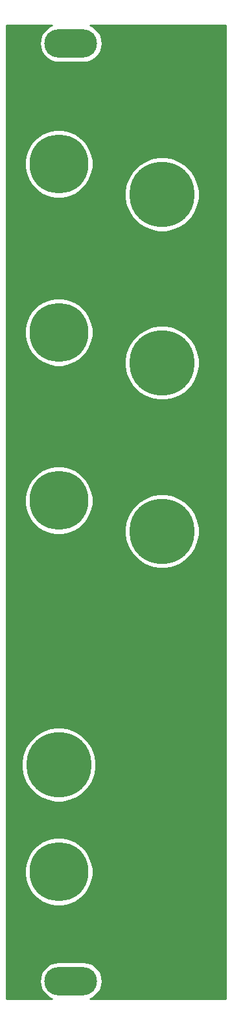
<source format=gbr>
G04 #@! TF.GenerationSoftware,KiCad,Pcbnew,(5.1.6-0-10_14)*
G04 #@! TF.CreationDate,2020-07-27T13:44:28+02:00*
G04 #@! TF.ProjectId,HelloWorld-panel,48656c6c-6f57-46f7-926c-642d70616e65,rev?*
G04 #@! TF.SameCoordinates,Original*
G04 #@! TF.FileFunction,Copper,L2,Bot*
G04 #@! TF.FilePolarity,Positive*
%FSLAX46Y46*%
G04 Gerber Fmt 4.6, Leading zero omitted, Abs format (unit mm)*
G04 Created by KiCad (PCBNEW (5.1.6-0-10_14)) date 2020-07-27 13:44:28*
%MOMM*%
%LPD*%
G01*
G04 APERTURE LIST*
G04 #@! TA.AperFunction,ComponentPad*
%ADD10C,8.500000*%
G04 #@! TD*
G04 #@! TA.AperFunction,ComponentPad*
%ADD11C,7.700000*%
G04 #@! TD*
G04 #@! TA.AperFunction,ComponentPad*
%ADD12O,6.900000X3.700000*%
G04 #@! TD*
G04 #@! TA.AperFunction,NonConductor*
%ADD13C,0.254000*%
G04 #@! TD*
G04 APERTURE END LIST*
D10*
X107500000Y-117250000D03*
D11*
X107500000Y-131250000D03*
X107500000Y-82750000D03*
X107500000Y-60750000D03*
X107500000Y-38750000D03*
D10*
X121000000Y-86750000D03*
X121000000Y-64750000D03*
X121000000Y-42750000D03*
D12*
X109100000Y-23000000D03*
X109100000Y-145500000D03*
D13*
G36*
X106544431Y-20693052D02*
G01*
X106112728Y-20923801D01*
X105734338Y-21234338D01*
X105423801Y-21612728D01*
X105193052Y-22044431D01*
X105050957Y-22512855D01*
X105002977Y-23000000D01*
X105050957Y-23487145D01*
X105193052Y-23955569D01*
X105423801Y-24387272D01*
X105734338Y-24765662D01*
X106112728Y-25076199D01*
X106544431Y-25306948D01*
X107012855Y-25449043D01*
X107377929Y-25485000D01*
X110822071Y-25485000D01*
X111187145Y-25449043D01*
X111655569Y-25306948D01*
X112087272Y-25076199D01*
X112465662Y-24765662D01*
X112776199Y-24387272D01*
X113006948Y-23955569D01*
X113149043Y-23487145D01*
X113197023Y-23000000D01*
X113149043Y-22512855D01*
X113006948Y-22044431D01*
X112776199Y-21612728D01*
X112465662Y-21234338D01*
X112087272Y-20923801D01*
X111655569Y-20693052D01*
X111629025Y-20685000D01*
X129315000Y-20685000D01*
X129315001Y-147815000D01*
X111629025Y-147815000D01*
X111655569Y-147806948D01*
X112087272Y-147576199D01*
X112465662Y-147265662D01*
X112776199Y-146887272D01*
X113006948Y-146455569D01*
X113149043Y-145987145D01*
X113197023Y-145500000D01*
X113149043Y-145012855D01*
X113006948Y-144544431D01*
X112776199Y-144112728D01*
X112465662Y-143734338D01*
X112087272Y-143423801D01*
X111655569Y-143193052D01*
X111187145Y-143050957D01*
X110822071Y-143015000D01*
X107377929Y-143015000D01*
X107012855Y-143050957D01*
X106544431Y-143193052D01*
X106112728Y-143423801D01*
X105734338Y-143734338D01*
X105423801Y-144112728D01*
X105193052Y-144544431D01*
X105050957Y-145012855D01*
X105002977Y-145500000D01*
X105050957Y-145987145D01*
X105193052Y-146455569D01*
X105423801Y-146887272D01*
X105734338Y-147265662D01*
X106112728Y-147576199D01*
X106544431Y-147806948D01*
X106570975Y-147815000D01*
X100685000Y-147815000D01*
X100685000Y-130808266D01*
X103015000Y-130808266D01*
X103015000Y-131691734D01*
X103187356Y-132558226D01*
X103525445Y-133374444D01*
X104016273Y-134109021D01*
X104640979Y-134733727D01*
X105375556Y-135224555D01*
X106191774Y-135562644D01*
X107058266Y-135735000D01*
X107941734Y-135735000D01*
X108808226Y-135562644D01*
X109624444Y-135224555D01*
X110359021Y-134733727D01*
X110983727Y-134109021D01*
X111474555Y-133374444D01*
X111812644Y-132558226D01*
X111985000Y-131691734D01*
X111985000Y-130808266D01*
X111812644Y-129941774D01*
X111474555Y-129125556D01*
X110983727Y-128390979D01*
X110359021Y-127766273D01*
X109624444Y-127275445D01*
X108808226Y-126937356D01*
X107941734Y-126765000D01*
X107058266Y-126765000D01*
X106191774Y-126937356D01*
X105375556Y-127275445D01*
X104640979Y-127766273D01*
X104016273Y-128390979D01*
X103525445Y-129125556D01*
X103187356Y-129941774D01*
X103015000Y-130808266D01*
X100685000Y-130808266D01*
X100685000Y-116768870D01*
X102615000Y-116768870D01*
X102615000Y-117731130D01*
X102802728Y-118674902D01*
X103170970Y-119563915D01*
X103705573Y-120364006D01*
X104385994Y-121044427D01*
X105186085Y-121579030D01*
X106075098Y-121947272D01*
X107018870Y-122135000D01*
X107981130Y-122135000D01*
X108924902Y-121947272D01*
X109813915Y-121579030D01*
X110614006Y-121044427D01*
X111294427Y-120364006D01*
X111829030Y-119563915D01*
X112197272Y-118674902D01*
X112385000Y-117731130D01*
X112385000Y-116768870D01*
X112197272Y-115825098D01*
X111829030Y-114936085D01*
X111294427Y-114135994D01*
X110614006Y-113455573D01*
X109813915Y-112920970D01*
X108924902Y-112552728D01*
X107981130Y-112365000D01*
X107018870Y-112365000D01*
X106075098Y-112552728D01*
X105186085Y-112920970D01*
X104385994Y-113455573D01*
X103705573Y-114135994D01*
X103170970Y-114936085D01*
X102802728Y-115825098D01*
X102615000Y-116768870D01*
X100685000Y-116768870D01*
X100685000Y-82308266D01*
X103015000Y-82308266D01*
X103015000Y-83191734D01*
X103187356Y-84058226D01*
X103525445Y-84874444D01*
X104016273Y-85609021D01*
X104640979Y-86233727D01*
X105375556Y-86724555D01*
X106191774Y-87062644D01*
X107058266Y-87235000D01*
X107941734Y-87235000D01*
X108808226Y-87062644D01*
X109624444Y-86724555D01*
X110306425Y-86268870D01*
X116115000Y-86268870D01*
X116115000Y-87231130D01*
X116302728Y-88174902D01*
X116670970Y-89063915D01*
X117205573Y-89864006D01*
X117885994Y-90544427D01*
X118686085Y-91079030D01*
X119575098Y-91447272D01*
X120518870Y-91635000D01*
X121481130Y-91635000D01*
X122424902Y-91447272D01*
X123313915Y-91079030D01*
X124114006Y-90544427D01*
X124794427Y-89864006D01*
X125329030Y-89063915D01*
X125697272Y-88174902D01*
X125885000Y-87231130D01*
X125885000Y-86268870D01*
X125697272Y-85325098D01*
X125329030Y-84436085D01*
X124794427Y-83635994D01*
X124114006Y-82955573D01*
X123313915Y-82420970D01*
X122424902Y-82052728D01*
X121481130Y-81865000D01*
X120518870Y-81865000D01*
X119575098Y-82052728D01*
X118686085Y-82420970D01*
X117885994Y-82955573D01*
X117205573Y-83635994D01*
X116670970Y-84436085D01*
X116302728Y-85325098D01*
X116115000Y-86268870D01*
X110306425Y-86268870D01*
X110359021Y-86233727D01*
X110983727Y-85609021D01*
X111474555Y-84874444D01*
X111812644Y-84058226D01*
X111985000Y-83191734D01*
X111985000Y-82308266D01*
X111812644Y-81441774D01*
X111474555Y-80625556D01*
X110983727Y-79890979D01*
X110359021Y-79266273D01*
X109624444Y-78775445D01*
X108808226Y-78437356D01*
X107941734Y-78265000D01*
X107058266Y-78265000D01*
X106191774Y-78437356D01*
X105375556Y-78775445D01*
X104640979Y-79266273D01*
X104016273Y-79890979D01*
X103525445Y-80625556D01*
X103187356Y-81441774D01*
X103015000Y-82308266D01*
X100685000Y-82308266D01*
X100685000Y-60308266D01*
X103015000Y-60308266D01*
X103015000Y-61191734D01*
X103187356Y-62058226D01*
X103525445Y-62874444D01*
X104016273Y-63609021D01*
X104640979Y-64233727D01*
X105375556Y-64724555D01*
X106191774Y-65062644D01*
X107058266Y-65235000D01*
X107941734Y-65235000D01*
X108808226Y-65062644D01*
X109624444Y-64724555D01*
X110306425Y-64268870D01*
X116115000Y-64268870D01*
X116115000Y-65231130D01*
X116302728Y-66174902D01*
X116670970Y-67063915D01*
X117205573Y-67864006D01*
X117885994Y-68544427D01*
X118686085Y-69079030D01*
X119575098Y-69447272D01*
X120518870Y-69635000D01*
X121481130Y-69635000D01*
X122424902Y-69447272D01*
X123313915Y-69079030D01*
X124114006Y-68544427D01*
X124794427Y-67864006D01*
X125329030Y-67063915D01*
X125697272Y-66174902D01*
X125885000Y-65231130D01*
X125885000Y-64268870D01*
X125697272Y-63325098D01*
X125329030Y-62436085D01*
X124794427Y-61635994D01*
X124114006Y-60955573D01*
X123313915Y-60420970D01*
X122424902Y-60052728D01*
X121481130Y-59865000D01*
X120518870Y-59865000D01*
X119575098Y-60052728D01*
X118686085Y-60420970D01*
X117885994Y-60955573D01*
X117205573Y-61635994D01*
X116670970Y-62436085D01*
X116302728Y-63325098D01*
X116115000Y-64268870D01*
X110306425Y-64268870D01*
X110359021Y-64233727D01*
X110983727Y-63609021D01*
X111474555Y-62874444D01*
X111812644Y-62058226D01*
X111985000Y-61191734D01*
X111985000Y-60308266D01*
X111812644Y-59441774D01*
X111474555Y-58625556D01*
X110983727Y-57890979D01*
X110359021Y-57266273D01*
X109624444Y-56775445D01*
X108808226Y-56437356D01*
X107941734Y-56265000D01*
X107058266Y-56265000D01*
X106191774Y-56437356D01*
X105375556Y-56775445D01*
X104640979Y-57266273D01*
X104016273Y-57890979D01*
X103525445Y-58625556D01*
X103187356Y-59441774D01*
X103015000Y-60308266D01*
X100685000Y-60308266D01*
X100685000Y-38308266D01*
X103015000Y-38308266D01*
X103015000Y-39191734D01*
X103187356Y-40058226D01*
X103525445Y-40874444D01*
X104016273Y-41609021D01*
X104640979Y-42233727D01*
X105375556Y-42724555D01*
X106191774Y-43062644D01*
X107058266Y-43235000D01*
X107941734Y-43235000D01*
X108808226Y-43062644D01*
X109624444Y-42724555D01*
X110306425Y-42268870D01*
X116115000Y-42268870D01*
X116115000Y-43231130D01*
X116302728Y-44174902D01*
X116670970Y-45063915D01*
X117205573Y-45864006D01*
X117885994Y-46544427D01*
X118686085Y-47079030D01*
X119575098Y-47447272D01*
X120518870Y-47635000D01*
X121481130Y-47635000D01*
X122424902Y-47447272D01*
X123313915Y-47079030D01*
X124114006Y-46544427D01*
X124794427Y-45864006D01*
X125329030Y-45063915D01*
X125697272Y-44174902D01*
X125885000Y-43231130D01*
X125885000Y-42268870D01*
X125697272Y-41325098D01*
X125329030Y-40436085D01*
X124794427Y-39635994D01*
X124114006Y-38955573D01*
X123313915Y-38420970D01*
X122424902Y-38052728D01*
X121481130Y-37865000D01*
X120518870Y-37865000D01*
X119575098Y-38052728D01*
X118686085Y-38420970D01*
X117885994Y-38955573D01*
X117205573Y-39635994D01*
X116670970Y-40436085D01*
X116302728Y-41325098D01*
X116115000Y-42268870D01*
X110306425Y-42268870D01*
X110359021Y-42233727D01*
X110983727Y-41609021D01*
X111474555Y-40874444D01*
X111812644Y-40058226D01*
X111985000Y-39191734D01*
X111985000Y-38308266D01*
X111812644Y-37441774D01*
X111474555Y-36625556D01*
X110983727Y-35890979D01*
X110359021Y-35266273D01*
X109624444Y-34775445D01*
X108808226Y-34437356D01*
X107941734Y-34265000D01*
X107058266Y-34265000D01*
X106191774Y-34437356D01*
X105375556Y-34775445D01*
X104640979Y-35266273D01*
X104016273Y-35890979D01*
X103525445Y-36625556D01*
X103187356Y-37441774D01*
X103015000Y-38308266D01*
X100685000Y-38308266D01*
X100685000Y-20685000D01*
X106570975Y-20685000D01*
X106544431Y-20693052D01*
G37*
X106544431Y-20693052D02*
X106112728Y-20923801D01*
X105734338Y-21234338D01*
X105423801Y-21612728D01*
X105193052Y-22044431D01*
X105050957Y-22512855D01*
X105002977Y-23000000D01*
X105050957Y-23487145D01*
X105193052Y-23955569D01*
X105423801Y-24387272D01*
X105734338Y-24765662D01*
X106112728Y-25076199D01*
X106544431Y-25306948D01*
X107012855Y-25449043D01*
X107377929Y-25485000D01*
X110822071Y-25485000D01*
X111187145Y-25449043D01*
X111655569Y-25306948D01*
X112087272Y-25076199D01*
X112465662Y-24765662D01*
X112776199Y-24387272D01*
X113006948Y-23955569D01*
X113149043Y-23487145D01*
X113197023Y-23000000D01*
X113149043Y-22512855D01*
X113006948Y-22044431D01*
X112776199Y-21612728D01*
X112465662Y-21234338D01*
X112087272Y-20923801D01*
X111655569Y-20693052D01*
X111629025Y-20685000D01*
X129315000Y-20685000D01*
X129315001Y-147815000D01*
X111629025Y-147815000D01*
X111655569Y-147806948D01*
X112087272Y-147576199D01*
X112465662Y-147265662D01*
X112776199Y-146887272D01*
X113006948Y-146455569D01*
X113149043Y-145987145D01*
X113197023Y-145500000D01*
X113149043Y-145012855D01*
X113006948Y-144544431D01*
X112776199Y-144112728D01*
X112465662Y-143734338D01*
X112087272Y-143423801D01*
X111655569Y-143193052D01*
X111187145Y-143050957D01*
X110822071Y-143015000D01*
X107377929Y-143015000D01*
X107012855Y-143050957D01*
X106544431Y-143193052D01*
X106112728Y-143423801D01*
X105734338Y-143734338D01*
X105423801Y-144112728D01*
X105193052Y-144544431D01*
X105050957Y-145012855D01*
X105002977Y-145500000D01*
X105050957Y-145987145D01*
X105193052Y-146455569D01*
X105423801Y-146887272D01*
X105734338Y-147265662D01*
X106112728Y-147576199D01*
X106544431Y-147806948D01*
X106570975Y-147815000D01*
X100685000Y-147815000D01*
X100685000Y-130808266D01*
X103015000Y-130808266D01*
X103015000Y-131691734D01*
X103187356Y-132558226D01*
X103525445Y-133374444D01*
X104016273Y-134109021D01*
X104640979Y-134733727D01*
X105375556Y-135224555D01*
X106191774Y-135562644D01*
X107058266Y-135735000D01*
X107941734Y-135735000D01*
X108808226Y-135562644D01*
X109624444Y-135224555D01*
X110359021Y-134733727D01*
X110983727Y-134109021D01*
X111474555Y-133374444D01*
X111812644Y-132558226D01*
X111985000Y-131691734D01*
X111985000Y-130808266D01*
X111812644Y-129941774D01*
X111474555Y-129125556D01*
X110983727Y-128390979D01*
X110359021Y-127766273D01*
X109624444Y-127275445D01*
X108808226Y-126937356D01*
X107941734Y-126765000D01*
X107058266Y-126765000D01*
X106191774Y-126937356D01*
X105375556Y-127275445D01*
X104640979Y-127766273D01*
X104016273Y-128390979D01*
X103525445Y-129125556D01*
X103187356Y-129941774D01*
X103015000Y-130808266D01*
X100685000Y-130808266D01*
X100685000Y-116768870D01*
X102615000Y-116768870D01*
X102615000Y-117731130D01*
X102802728Y-118674902D01*
X103170970Y-119563915D01*
X103705573Y-120364006D01*
X104385994Y-121044427D01*
X105186085Y-121579030D01*
X106075098Y-121947272D01*
X107018870Y-122135000D01*
X107981130Y-122135000D01*
X108924902Y-121947272D01*
X109813915Y-121579030D01*
X110614006Y-121044427D01*
X111294427Y-120364006D01*
X111829030Y-119563915D01*
X112197272Y-118674902D01*
X112385000Y-117731130D01*
X112385000Y-116768870D01*
X112197272Y-115825098D01*
X111829030Y-114936085D01*
X111294427Y-114135994D01*
X110614006Y-113455573D01*
X109813915Y-112920970D01*
X108924902Y-112552728D01*
X107981130Y-112365000D01*
X107018870Y-112365000D01*
X106075098Y-112552728D01*
X105186085Y-112920970D01*
X104385994Y-113455573D01*
X103705573Y-114135994D01*
X103170970Y-114936085D01*
X102802728Y-115825098D01*
X102615000Y-116768870D01*
X100685000Y-116768870D01*
X100685000Y-82308266D01*
X103015000Y-82308266D01*
X103015000Y-83191734D01*
X103187356Y-84058226D01*
X103525445Y-84874444D01*
X104016273Y-85609021D01*
X104640979Y-86233727D01*
X105375556Y-86724555D01*
X106191774Y-87062644D01*
X107058266Y-87235000D01*
X107941734Y-87235000D01*
X108808226Y-87062644D01*
X109624444Y-86724555D01*
X110306425Y-86268870D01*
X116115000Y-86268870D01*
X116115000Y-87231130D01*
X116302728Y-88174902D01*
X116670970Y-89063915D01*
X117205573Y-89864006D01*
X117885994Y-90544427D01*
X118686085Y-91079030D01*
X119575098Y-91447272D01*
X120518870Y-91635000D01*
X121481130Y-91635000D01*
X122424902Y-91447272D01*
X123313915Y-91079030D01*
X124114006Y-90544427D01*
X124794427Y-89864006D01*
X125329030Y-89063915D01*
X125697272Y-88174902D01*
X125885000Y-87231130D01*
X125885000Y-86268870D01*
X125697272Y-85325098D01*
X125329030Y-84436085D01*
X124794427Y-83635994D01*
X124114006Y-82955573D01*
X123313915Y-82420970D01*
X122424902Y-82052728D01*
X121481130Y-81865000D01*
X120518870Y-81865000D01*
X119575098Y-82052728D01*
X118686085Y-82420970D01*
X117885994Y-82955573D01*
X117205573Y-83635994D01*
X116670970Y-84436085D01*
X116302728Y-85325098D01*
X116115000Y-86268870D01*
X110306425Y-86268870D01*
X110359021Y-86233727D01*
X110983727Y-85609021D01*
X111474555Y-84874444D01*
X111812644Y-84058226D01*
X111985000Y-83191734D01*
X111985000Y-82308266D01*
X111812644Y-81441774D01*
X111474555Y-80625556D01*
X110983727Y-79890979D01*
X110359021Y-79266273D01*
X109624444Y-78775445D01*
X108808226Y-78437356D01*
X107941734Y-78265000D01*
X107058266Y-78265000D01*
X106191774Y-78437356D01*
X105375556Y-78775445D01*
X104640979Y-79266273D01*
X104016273Y-79890979D01*
X103525445Y-80625556D01*
X103187356Y-81441774D01*
X103015000Y-82308266D01*
X100685000Y-82308266D01*
X100685000Y-60308266D01*
X103015000Y-60308266D01*
X103015000Y-61191734D01*
X103187356Y-62058226D01*
X103525445Y-62874444D01*
X104016273Y-63609021D01*
X104640979Y-64233727D01*
X105375556Y-64724555D01*
X106191774Y-65062644D01*
X107058266Y-65235000D01*
X107941734Y-65235000D01*
X108808226Y-65062644D01*
X109624444Y-64724555D01*
X110306425Y-64268870D01*
X116115000Y-64268870D01*
X116115000Y-65231130D01*
X116302728Y-66174902D01*
X116670970Y-67063915D01*
X117205573Y-67864006D01*
X117885994Y-68544427D01*
X118686085Y-69079030D01*
X119575098Y-69447272D01*
X120518870Y-69635000D01*
X121481130Y-69635000D01*
X122424902Y-69447272D01*
X123313915Y-69079030D01*
X124114006Y-68544427D01*
X124794427Y-67864006D01*
X125329030Y-67063915D01*
X125697272Y-66174902D01*
X125885000Y-65231130D01*
X125885000Y-64268870D01*
X125697272Y-63325098D01*
X125329030Y-62436085D01*
X124794427Y-61635994D01*
X124114006Y-60955573D01*
X123313915Y-60420970D01*
X122424902Y-60052728D01*
X121481130Y-59865000D01*
X120518870Y-59865000D01*
X119575098Y-60052728D01*
X118686085Y-60420970D01*
X117885994Y-60955573D01*
X117205573Y-61635994D01*
X116670970Y-62436085D01*
X116302728Y-63325098D01*
X116115000Y-64268870D01*
X110306425Y-64268870D01*
X110359021Y-64233727D01*
X110983727Y-63609021D01*
X111474555Y-62874444D01*
X111812644Y-62058226D01*
X111985000Y-61191734D01*
X111985000Y-60308266D01*
X111812644Y-59441774D01*
X111474555Y-58625556D01*
X110983727Y-57890979D01*
X110359021Y-57266273D01*
X109624444Y-56775445D01*
X108808226Y-56437356D01*
X107941734Y-56265000D01*
X107058266Y-56265000D01*
X106191774Y-56437356D01*
X105375556Y-56775445D01*
X104640979Y-57266273D01*
X104016273Y-57890979D01*
X103525445Y-58625556D01*
X103187356Y-59441774D01*
X103015000Y-60308266D01*
X100685000Y-60308266D01*
X100685000Y-38308266D01*
X103015000Y-38308266D01*
X103015000Y-39191734D01*
X103187356Y-40058226D01*
X103525445Y-40874444D01*
X104016273Y-41609021D01*
X104640979Y-42233727D01*
X105375556Y-42724555D01*
X106191774Y-43062644D01*
X107058266Y-43235000D01*
X107941734Y-43235000D01*
X108808226Y-43062644D01*
X109624444Y-42724555D01*
X110306425Y-42268870D01*
X116115000Y-42268870D01*
X116115000Y-43231130D01*
X116302728Y-44174902D01*
X116670970Y-45063915D01*
X117205573Y-45864006D01*
X117885994Y-46544427D01*
X118686085Y-47079030D01*
X119575098Y-47447272D01*
X120518870Y-47635000D01*
X121481130Y-47635000D01*
X122424902Y-47447272D01*
X123313915Y-47079030D01*
X124114006Y-46544427D01*
X124794427Y-45864006D01*
X125329030Y-45063915D01*
X125697272Y-44174902D01*
X125885000Y-43231130D01*
X125885000Y-42268870D01*
X125697272Y-41325098D01*
X125329030Y-40436085D01*
X124794427Y-39635994D01*
X124114006Y-38955573D01*
X123313915Y-38420970D01*
X122424902Y-38052728D01*
X121481130Y-37865000D01*
X120518870Y-37865000D01*
X119575098Y-38052728D01*
X118686085Y-38420970D01*
X117885994Y-38955573D01*
X117205573Y-39635994D01*
X116670970Y-40436085D01*
X116302728Y-41325098D01*
X116115000Y-42268870D01*
X110306425Y-42268870D01*
X110359021Y-42233727D01*
X110983727Y-41609021D01*
X111474555Y-40874444D01*
X111812644Y-40058226D01*
X111985000Y-39191734D01*
X111985000Y-38308266D01*
X111812644Y-37441774D01*
X111474555Y-36625556D01*
X110983727Y-35890979D01*
X110359021Y-35266273D01*
X109624444Y-34775445D01*
X108808226Y-34437356D01*
X107941734Y-34265000D01*
X107058266Y-34265000D01*
X106191774Y-34437356D01*
X105375556Y-34775445D01*
X104640979Y-35266273D01*
X104016273Y-35890979D01*
X103525445Y-36625556D01*
X103187356Y-37441774D01*
X103015000Y-38308266D01*
X100685000Y-38308266D01*
X100685000Y-20685000D01*
X106570975Y-20685000D01*
X106544431Y-20693052D01*
M02*

</source>
